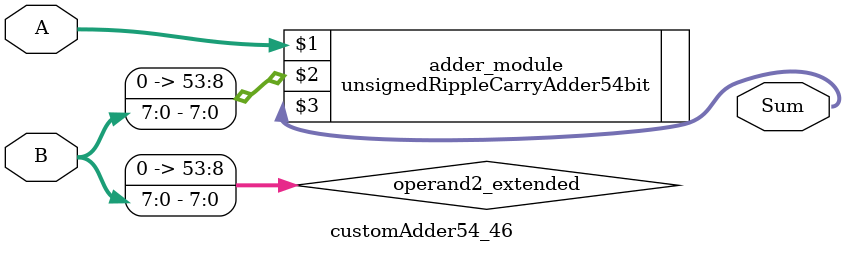
<source format=v>
module customAdder54_46(
                        input [53 : 0] A,
                        input [7 : 0] B,
                        
                        output [54 : 0] Sum
                );

        wire [53 : 0] operand2_extended;
        
        assign operand2_extended =  {46'b0, B};
        
        unsignedRippleCarryAdder54bit adder_module(
            A,
            operand2_extended,
            Sum
        );
        
        endmodule
        
</source>
